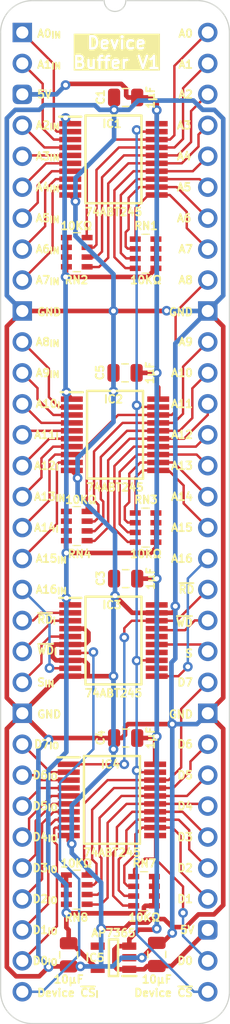
<source format=kicad_pcb>
(kicad_pcb (version 20241229) (generator "pcbnew") (generator_version "9.0")
  (title_block (title "Device Buffer") (date "2024-02-21") (rev "V1"))
  (layers (0 "F.Cu" signal) (2 "B.Cu" signal) (13 "F.Paste" user) (15 "B.Paste" user) (5 "F.SilkS" user "F.Silkscreen") (7 "B.SilkS" user "B.Silkscreen") (1 "F.Mask" user) (3 "B.Mask" user) (25 "Edge.Cuts" user))
  (net 0 "")
  (net 1 "GND")
  (net 2 "5V")
  (net 3 "/3.3V")
  (net 5 "A2_{IN}")
  (net 6 "A1")
  (net 7 "A7")
  (net 8 "Device ~{CS}")
  (net 9 "A6")
  (net 10 "A5_{IN}")
  (net 11 "A4_{IN}")
  (net 12 "A6_{IN}")
  (net 13 "A0")
  (net 14 "A2")
  (net 15 "A4")
  (net 16 "A5")
  (net 17 "A3")
  (net 18 "A1_{IN}")
  (net 19 "A0_{IN}")
  (net 20 "A7_{IN}")
  (net 21 "A3_{IN}")
  (net 22 "A9")
  (net 23 "A14")
  (net 24 "A15_{IN}")
  (net 25 "A13_{IN}")
  (net 26 "A13")
  (net 27 "A10_{IN}")
  (net 28 "A8")
  (net 29 "A15")
  (net 30 "A12")
  (net 31 "A14_{IN}")
  (net 32 "A9_{IN}")
  (net 33 "A8_{IN}")
  (net 34 "A11_{IN}")
  (net 35 "A12_{IN}")
  (net 36 "A11")
  (net 37 "A10")
  (net 38 "A16")
  (net 39 "Device ~{CS}_{IN}")
  (net 40 "A16_{IN}")
  (net 41 "S")
  (net 42 "~{RD}")
  (net 43 "S_{IN}")
  (net 44 "~{WD}_{IN}")
  (net 45 "~{RD}_{IN}")
  (net 46 "~{WD}")
  (net 47 "D0_{IN{slash}OUT}")
  (net 48 "D7")
  (net 49 "D5_{IN{slash}OUT}")
  (net 50 "D1_{IN{slash}OUT}")
  (net 51 "D7_{IN{slash}OUT}")
  (net 52 "D3")
  (net 53 "D6")
  (net 54 "D5")
  (net 55 "D1")
  (net 56 "D4_{IN{slash}OUT}")
  (net 57 "D4")
  (net 58 "D6_{IN{slash}OUT}")
  (net 59 "D2")
  (net 60 "D3_{IN{slash}OUT}")
  (net 61 "D2_{IN{slash}OUT}")
  (net 62 "D0")
  (footprint "SamacSys_Parts:SOP65P780X200-20N" (layer "F.Cu") (at 7.62 33.02)
    (property "Reference" "IC2")
    (property "Value" "SN74ABT245BDBR" (hide yes))
  )
  (footprint "SamacSys_Parts:C_0805" (layer "F.Cu") (at 11.049 75.692)
    (property "Reference" "C8" (hide yes))
    (property "Value" "10µF")
  )
  (footprint "SamacSys_Parts:C_0805" (layer "F.Cu") (at 8.509 57.912 90)
    (property "Reference" "C4")
    (property "Value" "1μF")
  )
  (footprint "SamacSys_Parts:CAY16-J4" (layer "F.Cu") (at 4.445 18.0338)
    (property "Reference" "RN2")
    (property "Value" "CAY16-103J4LF" (hide yes))
  )
  (footprint "SamacSys_Parts:CAY16-J4" (layer "F.Cu") (at 10.16 18.161 180)
    (property "Reference" "RN1")
    (property "Value" "CAY16-103J4LF" (hide yes))
  )
  (footprint "SamacSys_Parts:DIP-64_Board_W15.24mm" (layer "F.Cu") (at 0 0)
    (property "Reference" "J2" (hide yes))
    (property "Value" "Board 2x32 W15.24mm")
    (fp_line (start -1.778 78.74) (end -1.778 0) (stroke (width 0.1)) (layer "Edge.Cuts"))
    (fp_line (start 6.727456 -2.6162) (end 0.832188 -2.613732) (stroke (width 0.1)) (layer "Edge.Cuts"))
    (fp_line (start 14.400723 -2.613733) (end 8.505456 -2.6162) (stroke (width 0.1)) (layer "Edge.Cuts"))
    (fp_line (start 14.404268 81.353732) (end 0.835733 81.353733) (stroke (width 0.1)) (layer "Edge.Cuts"))
    (fp_line (start 17.018 78.74) (end 17.017999 -0.000001) (stroke (width 0.1)) (layer "Edge.Cuts"))
    (fp_arc (start -1.781544 0) (mid -1.016 -1.848188) (end 0.832188 -2.613732) (stroke (width 0.1)) (layer "Edge.Cuts"))
    (fp_arc (start 0.835733 81.353733) (mid -1.012456 80.588189) (end -1.778 78.74) (stroke (width 0.1)) (layer "Edge.Cuts"))
    (fp_arc (start 8.505456 -2.6162) (mid 7.616456 -1.7272) (end 6.727456 -2.6162) (stroke (width 0.1)) (layer "Edge.Cuts"))
    (fp_arc (start 14.404267 -2.613733) (mid 16.252455 -1.848189) (end 17.017999 -0.000001) (stroke (width 0.1)) (layer "Edge.Cuts"))
    (fp_arc (start 17.018 78.74) (mid 16.252455 80.588187) (end 14.404268 81.353732) (stroke (width 0.1)) (layer "Edge.Cuts"))
  )
  (footprint "SamacSys_Parts:CAY16-J4" (layer "F.Cu") (at 10.16 40.64 180)
    (property "Reference" "RN3")
    (property "Value" "CAY16-103J4LF" (hide yes))
  )
  (footprint "SamacSys_Parts:SOP65P780X200-20N" (layer "F.Cu") (at 7.493 49.911)
    (property "Reference" "IC3")
    (property "Value" "SN74ABT245BDBR" (hide yes))
  )
  (footprint "SamacSys_Parts:C_0805" (layer "F.Cu") (at 8.509 44.831 90)
    (property "Reference" "C3")
    (property "Value" "1μF")
  )
  (footprint "SamacSys_Parts:SOP65P780X200-20N" (layer "F.Cu") (at 7.493 10.414)
    (property "Reference" "IC1")
    (property "Value" "SN74ABT245BDBR" (hide yes))
  )
  (footprint "SamacSys_Parts:CAY16-J4" (layer "F.Cu") (at 4.445 40.513)
    (property "Reference" "RN4")
    (property "Value" "CAY16-103J4LF" (hide yes))
  )
  (footprint "SamacSys_Parts:C_0805" (layer "F.Cu") (at 3.81 75.692 180)
    (property "Reference" "C9" (hide yes))
    (property "Value" "10µF")
  )
  (footprint "SamacSys_Parts:SOT95P285X130-5N" (layer "F.Cu") (at 7.493 75.946 180)
    (property "Reference" "IC5")
    (property "Value" "AP7365-33WG-7" (hide yes))
  )
  (footprint "SamacSys_Parts:SOP65P780X200-20N" (layer "F.Cu") (at 7.366 62.992)
    (property "Reference" "IC4")
    (property "Value" "SN74ABT245BDBR" (hide yes))
  )
  (footprint "SamacSys_Parts:C_0805" (layer "F.Cu") (at 8.459 27.94 90)
    (property "Reference" "C5")
    (property "Value" "1μF")
  )
  (footprint "SamacSys_Parts:CAY16-J4" (layer "F.Cu") (at 10.033 70.485 180)
    (property "Reference" "RN7")
    (property "Value" "CAY16-103J4LF" (hide yes))
  )
  (footprint "SamacSys_Parts:CAY16-J4" (layer "F.Cu") (at 4.445 70.358)
    (property "Reference" "RN8")
    (property "Value" "CAY16-103J4LF" (hide yes))
  )
  (footprint "SamacSys_Parts:C_0805" (layer "F.Cu") (at 8.509 5.334 90)
    (property "Reference" "C1")
    (property "Value" "1μF")
  )
  (gr_text "D2_{IO}" (at 0.762 71.12 0) (layer "F.SilkS") (effects (font (size 0.635 0.635)) (justify left)))
  (gr_text "GND" (at 1.143 22.9472 0) (layer "F.SilkS") (effects (font (size 0.635 0.635)) (justify left)))
  (gr_text "D5_{IO}" (at 0.762 63.5 0) (layer "F.SilkS") (effects (font (size 0.635 0.635)) (justify left)))
  (gr_text "A14_{I}" (at 0.889 40.64 0) (layer "F.SilkS") (effects (font (size 0.635 0.635)) (justify left)))
  (gr_text "GND" (at 14.097 55.9672 0) (layer "F.SilkS") (effects (font (size 0.635 0.635)) (justify right)))
  (gr_text "D0_{IO}" (at 0.762 76.2 0) (layer "F.SilkS") (effects (font (size 0.635 0.635)) (justify left)))
  (gr_text "A11" (at 14.097 30.48 0) (layer "F.SilkS") (effects (font (size 0.635 0.635)) (justify right)))
  (gr_text "5V" (at 1.143 5.08 0) (layer "F.SilkS") (effects (font (size 0.635 0.635)) (justify left)))
  (gr_text "A8" (at 14.097 20.32 0) (layer "F.SilkS") (effects (font (size 0.635 0.635)) (justify right)))
  (gr_text "S_{IN}" (at 1.143 53.34 0) (layer "F.SilkS") (effects (font (size 0.635 0.635)) (justify left)))
  (gr_text "A10" (at 14.097 27.94 0) (layer "F.SilkS") (effects (font (size 0.635 0.635)) (justify right)))
  (gr_text "A3" (at 13.97 7.62 0) (layer "F.SilkS") (effects (font (size 0.635 0.635)) (justify right)))
  (gr_text "A4_{IN}" (at 1.016 12.7 0) (layer "F.SilkS") (effects (font (size 0.635 0.635)) (justify left)))
  (gr_text "A5" (at 13.97 12.7 0) (layer "F.SilkS") (effects (font (size 0.635 0.635)) (justify right)))
  (gr_text "A9" (at 14.097 25.4 0) (layer "F.SilkS") (effects (font (size 0.635 0.635)) (justify right)))
  (gr_text "A6_{IN}" (at 1.016 17.78 0) (layer "F.SilkS") (effects (font (size 0.635 0.635)) (justify left)))
  (gr_text "A13_{IN}" (at 0.889 38.1 0) (layer "F.SilkS") (effects (font (size 0.635 0.635)) (justify left)))
  (gr_text "D1" (at 14.097 71.12 0) (layer "F.SilkS") (effects (font (size 0.635 0.635)) (justify right)))
  (gr_text "A14" (at 14.097 38.1 0) (layer "F.SilkS") (effects (font (size 0.635 0.635)) (justify right)))
  (gr_text "D3" (at 14.097 66.04 0) (layer "F.SilkS") (effects (font (size 0.635 0.635)) (justify right)))
  (gr_text "D6_{IO}" (at 0.762 60.96 0) (layer "F.SilkS") (effects (font (size 0.635 0.635)) (justify left)))
  (gr_text "~{RD}_{I}" (at 1.143 48.1728 0) (layer "F.SilkS") (effects (font (size 0.635 0.635)) (justify left)))
  (gr_text "A10_{I}" (at 1.016 30.48 0) (layer "F.SilkS") (effects (font (size 0.635 0.635)) (justify left)))
  (gr_text "Device ~{CS}_{I}" (at 1.143 78.8272 0) (layer "F.SilkS") (effects (font (size 0.635 0.635)) (justify left)))
  (gr_text "~{WD}_{I}" (at 1.143 50.7128 0) (layer "F.SilkS") (effects (font (size 0.635 0.635)) (justify left)))
  (gr_text "A11_{I}" (at 0.889 33.02 0) (layer "F.SilkS") (effects (font (size 0.635 0.635)) (justify left)))
  (gr_text "D4" (at 14.097 63.5 0) (layer "F.SilkS") (effects (font (size 0.635 0.635)) (justify right)))
  (gr_text "A16" (at 14.097 43.18 0) (layer "F.SilkS") (effects (font (size 0.635 0.635)) (justify right)))
  (gr_text "A4" (at 13.97 10.16 0) (layer "F.SilkS") (effects (font (size 0.635 0.635)) (justify right)))
  (gr_text "A2" (at 14.097 5.08 0) (layer "F.SilkS") (effects (font (size 0.635 0.635)) (justify right)))
  (gr_text "A5_{IN}" (at 1.016 15.24 0) (layer "F.SilkS") (effects (font (size 0.635 0.635)) (justify left)))
  (gr_text "A15" (at 14.097 40.64 0) (layer "F.SilkS") (effects (font (size 0.635 0.635)) (justify right)))
  (gr_text "A1" (at 14.097 2.6272 0) (layer "F.SilkS") (effects (font (size 0.635 0.635)) (justify right)))
  (gr_text "~{RD}" (at 14.224 45.72 0) (layer "F.SilkS") (effects (font (size 0.635 0.635)) (justify right)))
  (gr_text "A7_{IN}" (at 1.016 20.32 0) (layer "F.SilkS") (effects (font (size 0.635 0.635)) (justify left)))
  (gr_text "A1_{IN}" (at 1.143 2.6272 0) (layer "F.SilkS") (effects (font (size 0.635 0.635)) (justify left)))
  (gr_text "A8_{IN}" (at 1.016 25.4 0) (layer "F.SilkS") (effects (font (size 0.635 0.635)) (justify left)))
  (gr_text "D3_{IO}" (at 0.762 68.58 0) (layer "F.SilkS") (effects (font (size 0.635 0.635)) (justify left)))
  (gr_text "A16_{IN}" (at 1.016 45.72 0) (layer "F.SilkS") (effects (font (size 0.635 0.635)) (justify left)))
  (gr_text "A13" (at 14.097 35.56 0) (layer "F.SilkS") (effects (font (size 0.635 0.635)) (justify right)))
  (gr_text "D7" (at 14.097 53.34 0) (layer "F.SilkS") (effects (font (size 0.635 0.635)) (justify right)))
  (gr_text "A12" (at 14.097 33.02 0) (layer "F.SilkS") (effects (font (size 0.635 0.635)) (justify right)))
  (gr_text "5V" (at 14.224 73.66 0) (layer "F.SilkS") (effects (font (size 0.635 0.635)) (justify right)))
  (gr_text "Device ~{CS}" (at 14.097 78.8272 0) (layer "F.SilkS") (effects (font (size 0.635 0.635)) (justify right)))
  (gr_text "~{WD}" (at 14.097 48.4268 0) (layer "F.SilkS") (effects (font (size 0.635 0.635)) (justify right)))
  (gr_text "S" (at 14.097 50.9668 0) (layer "F.SilkS") (effects (font (size 0.635 0.635)) (justify right)))
  (gr_text "D1_{IO}" (at 0.762 73.66 0) (layer "F.SilkS") (effects (font (size 0.635 0.635)) (justify left)))
  (gr_text "D5" (at 14.097 60.96 0) (layer "F.SilkS") (effects (font (size 0.635 0.635)) (justify right)))
  (gr_text "D4_{IO}" (at 0.762 66.04 0) (layer "F.SilkS") (effects (font (size 0.635 0.635)) (justify left)))
  (gr_text "GND" (at 1.143 55.9672 0) (layer "F.SilkS") (effects (font (size 0.635 0.635)) (justify left)))
  (gr_text "A12_{I}" (at 0.889 35.56 0) (layer "F.SilkS") (effects (font (size 0.635 0.635)) (justify left)))
  (gr_text "A0_{IN}" (at 1.143 0.0872 0) (layer "F.SilkS") (effects (font (size 0.635 0.635)) (justify left)))
  (gr_text "A2_{IN}" (at 1.016 7.62 0) (layer "F.SilkS") (effects (font (size 0.635 0.635)) (justify left)))
  (gr_text "Device\nBuffer V1" (at 7.747 3.048 0) (layer "F.SilkS" knockout) (effects (font (size 1 1) (thickness 0.2) (bold yes)) (justify bottom)))
  (gr_text "A3_{IN}" (at 1.016 10.16 0) (layer "F.SilkS") (effects (font (size 0.635 0.635)) (justify left)))
  (gr_text "D7_{IO}" (at 0.889 58.42 0) (layer "F.SilkS") (effects (font (size 0.635 0.635)) (justify left)))
  (gr_text "A15_{IN}" (at 1.016 43.18 0) (layer "F.SilkS") (effects (font (size 0.635 0.635)) (justify left)))
  (gr_text "A9_{IN}" (at 1.016 27.94 0) (layer "F.SilkS") (effects (font (size 0.635 0.635)) (justify left)))
  (gr_text "D6" (at 14.097 58.42 0) (layer "F.SilkS") (effects (font (size 0.635 0.635)) (justify right)))
  (gr_text "D2" (at 14.097 68.58 0) (layer "F.SilkS") (effects (font (size 0.635 0.635)) (justify right)))
  (gr_text "D0" (at 14.097 76.2 0) (layer "F.SilkS") (effects (font (size 0.635 0.635)) (justify right)))
  (gr_text "A7" (at 14.097 17.78 0) (layer "F.SilkS") (effects (font (size 0.635 0.635)) (justify right)))
  (gr_text "GND" (at 14.097 22.9472 0) (layer "F.SilkS") (effects (font (size 0.635 0.635)) (justify right)))
  (gr_text "A6" (at 13.97 15.24 0) (layer "F.SilkS") (effects (font (size 0.635 0.635)) (justify right)))
  (gr_text "A0" (at 14.097 0.0872 0) (layer "F.SilkS") (effects (font (size 0.635 0.635)) (justify right)))
  (segment (start -1.27 24.13) (end 0 22.86) (width 0.38) (layer "F.Cu") (net 1))
  (segment (start 7.489 52.836) (end 7.493 52.832) (width 0.38) (layer "F.Cu") (net 1))
  (segment (start 7.62 46.228) (end 7.62 44.908) (width 0.38) (layer "F.Cu") (net 1))
  (segment (start 8.793 75.946) (end 9.828986 75.946) (width 0.38) (layer "F.Cu") (net 1))
  (segment (start 4.545 36.42) (end 4.545 36.576) (width 0.38) (layer "F.Cu") (net 1))
  (segment (start 16.51 57.15) (end 15.24 55.88) (width 0.38) (layer "F.Cu") (net 1))
  (segment (start 7.543 5.334) (end 7.543 6.35) (width 0.38) (layer "F.Cu") (net 1))
  (segment (start 6.477 73.533) (end 8.420098 73.533) (width 0.38) (layer "F.Cu") (net 1))
  (segment (start 2.158995 58.038995) (end 2.28599 57.912) (width 0.38) (layer "F.Cu") (net 1))
  (segment (start 5.3848 52.836) (end 7.489 52.836) (width 0.38) (layer "F.Cu") (net 1))
  (segment (start 13.436229 73.431771) (end 14.478 72.39) (width 0.38) (layer "F.Cu") (net 1))
  (segment (start 4.07 35.945) (end 4.545 36.42) (width 0.38) (layer "F.Cu") (net 1))
  (segment (start 11.043 47.636) (end 9.028 47.636) (width 0.38) (layer "F.Cu") (net 1))
  (segment (start 2.4892 50.4348) (end 2.4892 51.2572) (width 0.38) (layer "F.Cu") (net 1))
  (segment (start -1.27 54.61) (end -1.27 24.13) (width 0.38) (layer "F.Cu") (net 1))
  (segment (start 12.319 73.914) (end 11.507 74.726) (width 0.38) (layer "F.Cu") (net 1))
  (segment (start 10.598044 72.771) (end 11.658229 72.771) (width 0.38) (layer "F.Cu") (net 1))
  (segment (start 2.28599 57.912) (end 7.543 57.912) (width 0.38) (layer "F.Cu") (net 1))
  (segment (start 12.319 73.431771) (end 13.436229 73.431771) (width 0.38) (layer "F.Cu") (net 1))
  (segment (start 0 55.88) (end -1.27 57.15) (width 0.38) (layer "F.Cu") (net 1))
  (segment (start 1.39699 77.47) (end 2.159 76.70799) (width 0.38) (layer "F.Cu") (net 1))
  (segment (start 4.3688 13.7648) (end 4.3688 13.8684) (width 0.38) (layer "F.Cu") (net 1))
  (segment (start 5.3848 51.8668) (end 5.3848 52.836) (width 0.38) (layer "F.Cu") (net 1))
  (segment (start 8.89 73.063098) (end 10.305946 73.063098) (width 0.38) (layer "F.Cu") (net 1))
  (segment (start 5.0956 48.936) (end 3.943 48.936) (width 0.38) (layer "F.Cu") (net 1))
  (segment (start 3.943 50.236) (end 5.136 50.236) (width 0.38) (layer "F.Cu") (net 1))
  (segment (start 3.943 51.536) (end 5.054 51.536) (width 0.38) (layer "F.Cu") (net 1))
  (segment (start 8.686 56.769) (end 12.319 56.769) (width 0.38) (layer "F.Cu") (net 1))
  (segment (start 2.4892 51.2572) (end 2.768 51.536) (width 0.38) (layer "F.Cu") (net 1))
  (segment (start 3.816 66.3508) (end 4.064 66.5988) (width 0.38) (layer "F.Cu") (net 1))
  (segment (start 8.4451 57.0099) (end 8.686 56.769) (width 0.38) (layer "F.Cu") (net 1))
  (segment (start 7.493 29.464) (end 7.493 27.94) (width 0.38) (layer "F.Cu") (net 1))
  (segment (start 5.136 50.236) (end 5.4356 49.9364) (width 0.38) (layer "F.Cu") (net 1))
  (segment (start 9.82901 75.94599) (end 9.828996 75.94599) (width 0.38) (layer "F.Cu") (net 1))
  (segment (start 0 55.88) (end -1.27 54.61) (width 0.38) (layer "F.Cu") (net 1))
  (segment (start 15.748 72.39) (end 16.51 71.628) (width 0.38) (layer "F.Cu") (net 1))
  (segment (start 5.054 51.536) (end 5.3848 51.8668) (width 0.38) (layer "F.Cu") (net 1))
  (segment (start 9.028 47.636) (end 7.62 46.228) (width 0.38) (layer "F.Cu") (net 1))
  (segment (start 8.1788 57.912) (end 8.4451 57.6457) (width 0.38) (layer "F.Cu") (net 1))
  (segment (start 3.943 13.339) (end 4.3688 13.7648) (width 0.38) (layer "F.Cu") (net 1))
  (segment (start 12.323 47.636) (end 12.573001 47.385999) (width 0.38) (layer "F.Cu") (net 1))
  (segment (start -1.27 76.708) (end -0.508 77.47) (width 0.38) (layer "F.Cu") (net 1))
  (segment (start 10.305946 73.063098) (end 10.598044 72.771) (width 0.38) (layer "F.Cu") (net 1))
  (segment (start 16.51 71.628) (end 16.51 57.15) (width 0.38) (layer "F.Cu") (net 1))
  (segment (start 11.049 74.726) (end 9.82901 75.94599) (width 0.38) (layer "F.Cu") (net 1))
  (segment (start 3.943 52.836) (end 3.044 52.836) (width 0.38) (layer "F.Cu") (net 1))
  (segment (start 5.4356 49.9364) (end 5.4356 49.276) (width 0.38) (layer "F.Cu") (net 1))
  (segment (start 11.837433 22.86) (end 11.858499 22.838934) (width 0.38) (layer "F.Cu") (net 1))
  (segment (start 3.816 65.917) (end 3.816 66.3508) (width 0.38) (layer "F.Cu") (net 1))
  (segment (start 5.4356 49.276) (end 5.0956 48.936) (width 0.38) (layer "F.Cu") (net 1))
  (segment (start 16.51 54.61) (end 16.51 24.13) (width 0.38) (layer "F.Cu") (net 1))
  (segment (start 4.775984 76.658) (end 4.775992 76.657992) (width 0.38) (layer "F.Cu") (net 1))
  (segment (start 16.51 24.13) (end 15.24 22.86) (width 0.38) (layer "F.Cu") (net 1))
  (segment (start 7.543 57.912) (end 8.1788 57.912) (width 0.38) (layer "F.Cu") (net 1))
  (segment (start 12.573001 47.385999) (end 12.573001 47.0916) (width 0.38) (layer "F.Cu") (net 1))
  (segment (start 14.478 72.39) (end 15.748 72.39) (width 0.38) (layer "F.Cu") (net 1))
  (segment (start 8.420098 73.533) (end 8.89 73.063098) (width 0.38) (layer "F.Cu") (net 1))
  (segment (start 3.81 76.658) (end 2.20899 76.658) (width 0.38) (layer "F.Cu") (net 1))
  (segment (start 2.20899 76.658) (end 2.159 76.70799) (width 0.38) (layer "F.Cu") (net 1))
  (segment (start 3.943 50.236) (end 2.688 50.236) (width 0.38) (layer "F.Cu") (net 1))
  (segment (start 9.828986 75.946) (end 9.828996 75.94599) (width 0.38) (layer "F.Cu") (net 1))
  (segment (start 0 22.86) (end 7.493 22.86) (width 0.38) (layer "F.Cu") (net 1))
  (segment (start 3.044 52.836) (end 0 55.88) (width 0.38) (layer "F.Cu") (net 1))
  (segment (start 2.768 51.536) (end 3.943 51.536) (width 0.38) (layer "F.Cu") (net 1))
  (segment (start 15.24 55.88) (end 16.51 54.61) (width 0.38) (layer "F.Cu") (net 1))
  (segment (start -0.508 77.47) (end 1.39699 77.47) (width 0.38) (layer "F.Cu") (net 1))
  (segment (start -1.27 57.15) (end -1.27 76.708) (width 0.38) (layer "F.Cu") (net 1))
  (segment (start 3.943 52.836) (end 5.3848 52.836) (width 0.38) (layer "F.Cu") (net 1))
  (segment (start 12.319 73.431771) (end 12.319 73.914) (width 0.38) (layer "F.Cu") (net 1))
  (segment (start 0 55.88) (end 2.158995 58.038995) (width 0.38) (layer "F.Cu") (net 1))
  (segment (start 11.043 47.636) (end 12.323 47.636) (width 0.38) (layer "F.Cu") (net 1))
  (segment (start 7.493 57.962) (end 7.493 58.826404) (width 0.38) (layer "F.Cu") (net 1))
  (segment (start 8.4451 57.6457) (end 8.4451 57.0099) (width 0.38) (layer "F.Cu") (net 1))
  (segment (start 2.688 50.236) (end 2.4892 50.4348) (width 0.38) (layer "F.Cu") (net 1))
  (segment (start 7.493 22.86) (end 11.837433 22.86) (width 0.38) (layer "F.Cu") (net 1))
  (segment (start 11.658229 72.771) (end 12.319 73.431771) (width 0.38) (layer "F.Cu") (net 1))
  (segment (start 3.81 76.658) (end 4.775984 76.658) (width 0.38) (layer "F.Cu") (net 1))
  (via (at 7.493 52.832) (size 0.8) (drill 0.4) (layers "F.Cu" "B.Cu") (net 1))
  (via (at 11.858499 22.838934) (size 0.8) (drill 0.4) (layers "F.Cu" "B.Cu") (net 1))
  (via (at 7.543 6.35) (size 0.8) (drill 0.4) (layers "F.Cu" "B.Cu") (net 1))
  (via (at 7.493 29.464) (size 0.8) (drill 0.4) (layers "F.Cu" "B.Cu") (net 1))
  (via (at 6.477 73.533) (size 0.8) (drill 0.4) (layers "F.Cu" "B.Cu") (net 1))
  (via (at 4.3688 13.8684) (size 0.8) (drill 0.4) (layers "F.Cu" "B.Cu") (net 1))
  (via (at 7.62 46.228) (size 0.8) (drill 0.4) (layers "F.Cu" "B.Cu") (net 1))
  (via (at 12.319 73.914) (size 0.8) (drill 0.4) (layers "F.Cu" "B.Cu") (net 1))
  (via (at 7.493 22.86) (size 0.8) (drill 0.4) (layers "F.Cu" "B.Cu") (net 1))
  (via (at 7.493 58.826404) (size 0.8) (drill 0.4) (layers "F.Cu" "B.Cu") (net 1))
  (via (at 12.573001 47.0916) (size 0.8) (drill 0.4) (layers "F.Cu" "B.Cu") (net 1))
  (via (at 4.775992 76.657992) (size 0.8) (drill 0.4) (layers "F.Cu" "B.Cu") (net 1))
  (via (at 9.828996 75.94599) (size 0.8) (drill 0.4) (layers "F.Cu" "B.Cu") (net 1))
  (via (at 2.159 76.70799) (size 0.8) (drill 0.4) (layers "F.Cu" "B.Cu") (net 1))
  (via (at 2.158995 58.038995) (size 0.8) (drill 0.4) (layers "F.Cu" "B.Cu") (net 1))
  (via (at 4.545 36.576) (size 0.8) (drill 0.4) (layers "F.Cu" "B.Cu") (net 1))
  (via (at 12.319 56.769) (size 0.8) (drill 0.4) (layers "F.Cu" "B.Cu") (net 1))
  (via (at 4.064 66.5988) (size 0.8) (drill 0.4) (layers "F.Cu" "B.Cu") (net 1))
  (segment (start 7.441804 76.657992) (end 6.477 76.657992) (width 0.38) (layer "B.Cu") (net 1))
  (segment (start 0 22.86) (end -1.27 21.59) (width 0.38) (layer "B.Cu") (net 1))
  (segment (start 6.35 6.35) (end 7.543 6.35) (width 0.38) (layer "B.Cu") (net 1))
  (segment (start 7.62 41.0464) (end 4.545 37.9714) (width 0.38) (layer "B.Cu") (net 1))
  (segment (start 8.763 6.35) (end 7.543 6.35) (width 0.38) (layer "B.Cu") (net 1))
  (segment (start 12.319 56.769) (end 14.351 56.769) (width 0.38) (layer "B.Cu") (net 1))
  (segment (start 6.477 73.533) (end 6.476996 73.532996) (width 0.38) (layer "B.Cu") (net 1))
  (segment (start 12.573001 47.0916) (end 12.573001 51.397819) (width 0.38) (layer "B.Cu") (net 1))
  (segment (start 15.24 22.86) (end 11.879565 22.86) (width 0.38) (layer "B.Cu") (net 1))
  (segment (start 4.545 37.9714) (end 4.545 36.576) (width 0.38) (layer "B.Cu") (net 1))
  (segment (start 7.493 31.9786) (end 4.545 34.9266) (width 0.38) (layer "B.Cu") (net 1))
  (segment (start 12.573001 51.397819) (end 12.25642 51.7144) (width 0.38) (layer "B.Cu") (net 1))
  (segment (start -1.27 21.59) (end -1.27 7.044) (width 0.38) (layer "B.Cu") (net 1))
  (segment (start 7.493 19.8374) (end 4.3688 16.7132) (width 0.38) (layer "B.Cu") (net 1))
  (segment (start 7.493 52.832) (end 7.493 58.826404) (width 0.38) (layer "B.Cu") (net 1))
  (segment (start 6.476996 69.773796) (end 4.064 67.3608) (width 0.38) (layer "B.Cu") (net 1))
  (segment (start -1.27 7.044) (end -0.576 6.35) (width 0.38) (layer "B.Cu") (net 1))
  (segment (start 4.064 66.5988) (end 4.064 63.4492) (width 0.38) (layer "B.Cu") (net 1))
  (segment (start 4.064 67.3608) (end 4.064 66.5988) (width 0.38) (layer "B.Cu") (net 1))
  (segment (start 12.573001 25.526999) (end 12.573001 47.0916) (width 0.38) (layer "B.Cu") (net 1))
  (segment (start 11.879565 22.86) (end 11.858499 22.838934) (width 0.38) (layer "B.Cu") (net 1))
  (segment (start 15.782 6.35) (end 14.827085 6.35) (width 0.38) (layer "B.Cu") (net 1))
  (segment (start 1.3208 58.87719) (end 1.3208 75.86979) (width 0.38) (layer "B.Cu") (net 1))
  (segment (start 7.493 29.464) (end 7.493 31.9786) (width 0.38) (layer "B.Cu") (net 1))
  (segment (start 14.827085 6.35) (end 14.065085 5.588) (width 0.38) (layer "B.Cu") (net 1))
  (segment (start 4.3688 16.7132) (end 4.3688 13.8684) (width 0.38) (layer "B.Cu") (net 1))
  (segment (start -0.576 6.35) (end 1.397 6.35) (width 0.38) (layer "B.Cu") (net 1))
  (segment (start 7.543 6.35) (end 7.543 8.7638) (width 0.38) (layer "B.Cu") (net 1))
  (segment (start 5.969 5.969) (end 6.35 6.35) (width 0.38) (layer "B.Cu") (net 1))
  (segment (start 2.158995 58.038995) (end 1.3208 58.87719) (width 0.38) (layer "B.Cu") (net 1))
  (segment (start 7.493 60.0202) (end 7.493 58.826404) (width 0.38) (layer "B.Cu") (net 1))
  (segment (start 7.493 52.832) (end 7.493 46.355) (width 0.38) (layer "B.Cu") (net 1))
  (segment (start 7.493 22.86) (end 7.493 19.8374) (width 0.38) (layer "B.Cu") (net 1))
  (segment (start 7.543 8.7638) (end 4.3688 11.938) (width 0.38) (layer "B.Cu") (net 1))
  (segment (start 16.51 7.078) (end 15.782 6.35) (width 0.38) (layer "B.Cu") (net 1))
  (segment (start 7.493 29.464) (end 7.493 22.86) (width 0.38) (layer "B.Cu") (net 1))
  (segment (start 12.319 56.769) (end 12.25642 56.70642) (width 0.38) (layer "B.Cu") (net 1))
  (segment (start 4.545 34.9266) (end 4.545 36.576) (width 0.38) (layer "B.Cu") (net 1))
  (segment (start 8.153806 75.94599) (end 7.441804 76.657992) (width 0.38) (layer "B.Cu") (net 1))
  (segment (start 15.24 22.86) (end 12.573001 25.526999) (width 0.38) (layer "B.Cu") (net 1))
  (segment (start 9.525 5.588) (end 8.763 6.35) (width 0.38) (layer "B.Cu") (net 1))
  (segment (start 16.51 21.59) (end 16.51 7.078) (width 0.38) (layer "B.Cu") (net 1))
  (segment (start 1.3208 75.86979) (end 2.159 76.70799) (width 0.38) (layer "B.Cu") (net 1))
  (segment (start 4.775992 76.657992) (end 6.477 76.657992) (width 0.38) (layer "B.Cu") (net 1))
  (segment (start 4.3688 11.938) (end 4.3688 13.8684) (width 0.38) (layer "B.Cu") (net 1))
  (segment (start 6.476996 73.532996) (end 6.476996 69.773796) (width 0.38) (layer "B.Cu") (net 1))
  (segment (start 1.778 5.969) (end 5.969 5.969) (width 0.38) (layer "B.Cu") (net 1))
  (segment (start 6.477 73.533) (end 6.477 76.657992) (width 0.38) (layer "B.Cu") (net 1))
  (segment (start 12.319 73.914) (end 12.319 56.769) (width 0.38) (layer "B.Cu") (net 1))
  (segment (start 14.351 56.769) (end 15.24 55.88) (width 0.38) (layer "B.Cu") (net 1))
  (segment (start 7.62 46.228) (end 7.62 41.0464) (width 0.38) (layer "B.Cu") (net 1))
  (segment (start 12.25642 56.70642) (end 12.25642 51.7144) (width 0.38) (layer "B.Cu") (net 1))
  (segment (start 9.828996 75.94599) (end 8.153806 75.94599) (width 0.38) (layer "B.Cu") (net 1))
  (segment (start 7.493 46.355) (end 7.62 46.228) (width 0.38) (layer "B.Cu") (net 1))
  (segment (start 14.065085 5.588) (end 9.525 5.588) (width 0.38) (layer "B.Cu") (net 1))
  (segment (start 4.064 63.4492) (end 7.493 60.0202) (width 0.38) (layer "B.Cu") (net 1))
  (segment (start 1.397 6.35) (end 1.778 5.969) (width 0.38) (layer "B.Cu") (net 1))
  (segment (start 15.24 22.86) (end 16.51 21.59) (width 0.38) (layer "B.Cu") (net 1))
  (segment (start 11.049 27.94) (end 11.049 29.0068) (width 0.38) (layer "F.Cu") (net 2))
  (segment (start 11.17 30.095) (end 11.17 29.1278) (width 0.38) (layer "F.Cu") (net 2))
  (segment (start 9.443 5.334) (end 8.6868 5.334) (width 0.38) (layer "F.Cu") (net 2))
  (segment (start 10.916 60.067) (end 10.916 57.918) (width 0.38) (layer "F.Cu") (net 2))
  (segment (start 11.043 46.986) (end 11.043 44.837) (width 0.38) (layer "F.Cu") (net 2))
  (segment (start 10.916 57.918) (end 11.049 57.785) (width 0.38) (layer "F.Cu") (net 2))
  (segment (start 3.655 4.219) (end 3.556 4.318) (width 0.38) (layer "F.Cu") (net 2))
  (segment (start 11.17 29.1278) (end 11.049 29.0068) (width 0.38) (layer "F.Cu") (net 2))
  (segment (start 11.049 5.8674) (end 11.049 6.378) (width 0.38) (layer "F.Cu") (net 2))
  (segment (start 11.043 7.489) (end 11.043 6.384) (width 0.38) (layer "F.Cu") (net 2))
  (segment (start 9.443 57.912) (end 10.922 57.912) (width 0.38) (layer "F.Cu") (net 2))
  (segment (start 8.128 4.219) (end 3.655 4.219) (width 0.38) (layer "F.Cu") (net 2))
  (segment (start 8.5344 5.1816) (end 8.5344 4.6254) (width 0.38) (layer "F.Cu") (net 2))
  (segment (start 10.922 57.912) (end 11.049 57.785) (width 0.38) (layer "F.Cu") (net 2))
  (segment (start 11.049 76.626) (end 10.2776 76.626) (width 0.38) (layer "F.Cu") (net 2))
  (segment (start 11.043 44.837) (end 11.049 44.831) (width 0.38) (layer "F.Cu") (net 2))
  (segment (start 8.793 76.896) (end 10.0076 76.896) (width 0.38) (layer "F.Cu") (net 2))
  (segment (start 10.5156 5.334) (end 11.049 5.8674) (width 0.38) (layer "F.Cu") (net 2))
  (segment (start 11.049 44.831) (end 9.443 44.831) (width 0.38) (layer "F.Cu") (net 2))
  (segment (start 9.443 5.334) (end 10.5156 5.334) (width 0.38) (layer "F.Cu") (net 2))
  (segment (start 8.6868 5.334) (end 8.5344 5.1816) (width 0.38) (layer "F.Cu") (net 2))
  (segment (start 15.24 73.66) (end 12.274 76.626) (width 0.38) (layer "F.Cu") (net 2))
  (segment (start 10.966902 73.643098) (end 11.049 73.561) (width 0.38) (layer "F.Cu") (net 2))
  (segment (start 7.5692 75.2648) (end 7.5692 76.6572) (width 0.38) (layer "F.Cu") (net 2))
  (segment (start 8.793 74.996) (end 8.793 74.4174) (width 0.38) (layer "F.Cu") (net 2))
  (segment (start 8.793 74.996) (end 7.838 74.996) (width 0.38) (layer "F.Cu") (net 2))
  (segment (start 8.5344 4.6254) (end 8.128 4.219) (width 0.38) (layer "F.Cu") (net 2))
  (segment (start 11.049 27.94) (end 9.393 27.94) (width 0.38) (layer "F.Cu") (net 2))
  (segment (start 11.043 6.384) (end 11.049 6.378) (width 0.38) (layer "F.Cu") (net 2))
  (segment (start 10.2776 76.626) (end 10.0076 76.896) (width 0.38) (layer "F.Cu") (net 2))
  (segment (start 7.808 76.896) (end 8.793 76.896) (width 0.38) (layer "F.Cu") (net 2))
  (segment (start 9.567302 73.643098) (end 10.966902 73.643098) (width 0.38) (layer "F.Cu") (net 2))
  (segment (start 8.793 74.4174) (end 9.567302 73.643098) (width 0.38) (layer "F.Cu") (net 2))
  (segment (start 7.838 74.996) (end 7.5692 75.2648) (width 0.38) (layer "F.Cu") (net 2))
  (segment (start 12.274 76.626) (end 11.049 76.626) (width 0.38) (layer "F.Cu") (net 2))
  (segment (start 7.5692 76.6572) (end 7.808 76.896) (width 0.38) (layer "F.Cu") (net 2))
  (via (at 11.049 73.561) (size 0.8) (drill 0.4) (layers "F.Cu" "B.Cu") (net 2))
  (via (at 11.049 44.831) (size 0.8) (drill 0.4) (layers "F.Cu" "B.Cu") (net 2))
  (via (at 11.049 57.785) (size 0.8) (drill 0.4) (layers "F.Cu" "B.Cu") (net 2))
  (via (at 11.049 27.94) (size 0.8) (drill 0.4) (layers "F.Cu" "B.Cu") (net 2))
  (via (at 11.049 6.378) (size 0.8) (drill 0.4) (layers "F.Cu" "B.Cu") (net 2))
  (via (at 3.556 4.318) (size 0.8) (drill 0.4) (layers "F.Cu" "B.Cu") (net 2))
  (segment (start 11.049 44.831) (end 11.049 27.94) (width 0.38) (layer "B.Cu") (net 2))
  (segment (start 2.794 5.08) (end 3.556 4.318) (width 0.38) (layer "B.Cu") (net 2))
  (segment (start 11.049 27.94) (end 11.049 6.378) (width 0.38) (layer "B.Cu") (net 2))
  (segment (start 11.049 57.785) (end 11.049 73.561) (width 0.38) (layer "B.Cu") (net 2))
  (segment (start 0 5.08) (end 2.794 5.08) (width 0.38) (layer "B.Cu") (net 2))
  (segment (start 11.049 44.831) (end 11.049 57.785) (width 0.38) (layer "B.Cu") (net 2))
  (segment (start 9.994 71.794) (end 10.103 71.685) (width 0.38) (layer "F.Cu") (net 3))
  (segment (start 3.6188 73.4688) (end 3.81 73.66) (width 0.38) (layer "F.Cu") (net 3))
  (segment (start 4.182 74.885) (end 6.193 76.896) (width 0.38) (layer "F.Cu") (net 3))
  (segment (start 3.595 17.653) (end 3.595 16.853) (width 0.38) (layer "F.Cu") (net 3))
  (segment (start 3.595 41.7322) (end 3.595 42.699007) (width 0.38) (layer "F.Cu") (net 3))
  (segment (start 11.01 17.7418) (end 11.01 16.9418) (width 0.38) (layer "F.Cu") (net 3))
  (segment (start 3.595 40.9322) (end 3.595 40.1322) (width 0.38) (layer "F.Cu") (net 3))
  (segment (start 3.595 42.699007) (end 3.618793 42.7228) (width 0.38) (layer "F.Cu") (net 3))
  (segment (start 3.943 46.986) (end 3.618793 46.661793) (width 0.38) (layer "F.Cu") (net 3))
  (segment (start 11.01 41.0208) (end 11.01 40.2208) (width 0.38) (layer "F.Cu") (net 3))
  (segment (start 3.595 19.253) (end 3.595 20.027002) (width 0.38) (layer "F.Cu") (net 3))
  (segment (start 11.01 19.3418) (end 11.01 18.5418) (width 0.38) (layer "F.Cu") (net 3))
  (segment (start 10.854 71.685) (end 10.854 70.885) (width 0.38) (layer "F.Cu") (net 3))
  (segment (start 3.595 72.2392) (end 3.6188 72.263) (width 0.38) (layer "F.Cu") (net 3))
  (segment (start 3.595 19.253) (end 3.595 18.453) (width 0.38) (layer "F.Cu") (net 3))
  (segment (start 3.6188 72.263) (end 3.6188 73.4688) (width 0.38) (layer "F.Cu") (net 3))
  (segment (start 3.595 41.7322) (end 3.595 40.9322) (width 0.38) (layer "F.Cu") (net 3))
  (segment (start 11.01 41.8208) (end 11.01 41.0208) (width 0.38) (layer "F.Cu") (net 3))
  (segment (start 3.6188 72.263) (end 3.6558 72.3) (width 0.38) (layer "F.Cu") (net 3))
  (segment (start 11.01 19.3418) (end 10.285798 20.066002) (width 0.38) (layer "F.Cu") (net 3))
  (segment (start 11.01 18.5418) (end 11.01 17.7418) (width 0.38) (layer "F.Cu") (net 3))
  (segment (start 10.854 70.085) (end 10.854 69.285) (width 0.38) (layer "F.Cu") (net 3))
  (segment (start 3.595 71.5772) (end 3.595 72.2392) (width 0.38) (layer "F.Cu") (net 3))
  (segment (start 3.595 40.1322) (end 3.595 39.3322) (width 0.38) (layer "F.Cu") (net 3))
  (segment (start 4.07 30.095) (end 3.6195 29.6445) (width 0.38) (layer "F.Cu") (net 3))
  (segment (start 3.595 69.9772) (end 3.595 69.1772) (width 0.38) (layer "F.Cu") (net 3))
  (segment (start 10.5664 42.7228) (end 3.618793 42.7228) (width 0.38) (layer "F.Cu") (net 3))
  (segment (start 3.555992 7.101992) (end 3.555992 7.010125) (width 0.38) (layer "F.Cu") (net 3))
  (segment (start 3.595 71.5772) (end 3.595 70.7772) (width 0.38) (layer "F.Cu") (net 3))
  (segment (start 9.83 72.3) (end 9.994 72.136) (width 0.38) (layer "F.Cu") (net 3))
  (segment (start 3.6195 29.6445) (end 3.6195 29.5275) (width 0.38) (layer "F.Cu") (net 3))
  (segment (start 11.01 42.2792) (end 10.5664 42.7228) (width 0.38) (layer "F.Cu") (net 3))
  (segment (start 10.103 71.685) (end 10.854 71.685) (width 0.38) (layer "F.Cu") (net 3))
  (segment (start 9.994 72.136) (end 9.994 71.794) (width 0.38) (layer "F.Cu") (net 3))
  (segment (start 11.01 39.4208) (end 11.01 40.2208) (width 0.38) (layer "F.Cu") (net 3))
  (segment (start 3.618793 46.661793) (end 3.618793 46.419207) (width 0.38) (layer "F.Cu") (net 3))
  (segment (start 11.01 41.8208) (end 11.01 42.2792) (width 0.38) (layer "F.Cu") (net 3))
  (segment (start 3.595 20.027002) (end 3.556 20.066002) (width 0.38) (layer "F.Cu") (net 3))
  (segment (start 3.595 18.453) (end 3.595 17.653) (width 0.38) (layer "F.Cu") (net 3))
  (segment (start 3.943 7.489) (end 3.555992 7.101992) (width 0.38) (layer "F.Cu") (net 3))
  (segment (start 10.854 70.885) (end 10.854 70.085) (width 0.38) (layer "F.Cu") (net 3))
  (segment (start 3.81 74.758) (end 3.81 73.66) (width 0.38) (layer "F.Cu") (net 3))
  (segment (start 3.6558 72.3) (end 9.83 72.3) (width 0.38) (layer "F.Cu") (net 3))
  (segment (start 3.595 70.7772) (end 3.595 69.9772) (width 0.38) (layer "F.Cu") (net 3))
  (segment (start 10.285798 20.066002) (end 3.556 20.066002) (width 0.38) (layer "F.Cu") (net 3))
  (via (at 3.618793 42.7228) (size 0.8) (drill 0.4) (layers "F.Cu" "B.Cu") (net 3))
  (via (at 3.556 20.066002) (size 0.8) (drill 0.4) (layers "F.Cu" "B.Cu") (net 3))
  (via (at 3.618793 46.419207) (size 0.8) (drill 0.4) (layers "F.Cu" "B.Cu") (net 3))
  (via (at 3.6195 29.5275) (size 0.8) (drill 0.4) (layers "F.Cu" "B.Cu") (net 3))
  (via (at 3.6188 72.263) (size 0.8) (drill 0.4) (layers "F.Cu" "B.Cu") (net 3))
  (via (at 3.555992 7.010125) (size 0.8) (drill 0.4) (layers "F.Cu" "B.Cu") (net 3))
  (segment (start 3.618793 42.7228) (end 3.618793 29.528207) (width 0.38) (layer "B.Cu") (net 3))
  (segment (start 3.6188 69.9636) (end 2.1336 68.4784) (width 0.38) (layer "B.Cu") (net 3))
  (segment (start 3.478 7.088117) (end 3.555992 7.010125) (width 0.38) (layer "B.Cu") (net 3))
  (segment (start 3.618793 46.419207) (end 3.618793 42.7228) (width 0.38) (layer "B.Cu") (net 3))
  (segment (start 3.618793 59.068407) (end 3.618793 46.419207) (width 0.38) (layer "B.Cu") (net 3))
  (segment (start 3.556 29.464) (end 3.6195 29.5275) (width 0.38) (layer "B.Cu") (net 3))
  (segment (start 3.556 20.066002) (end 3.556 29.464) (width 0.38) (layer "B.Cu") (net 3))
  (segment (start 3.6188 72.263) (end 3.6188 69.9636) (width 0.38) (layer "B.Cu") (net 3))
  (segment (start 3.556 20.066002) (end 3.478 19.988002) (width 0.38) (layer "B.Cu") (net 3))
  (segment (start 3.478 19.988002) (end 3.478 7.088117) (width 0.38) (layer "B.Cu") (net 3))
  (segment (start 3.618793 29.528207) (end 3.6195 29.5275) (width 0.38) (layer "B.Cu") (net 3))
  (segment (start 2.1336 68.4784) (end 2.1336 60.5536) (width 0.38) (layer "B.Cu") (net 3))
  (segment (start 2.1336 60.5536) (end 3.618793 59.068407) (width 0.38) (layer "B.Cu") (net 3))
  (segment (start 0 7.62) (end 1.819 9.439) (width 0.2) (layer "F.Cu") (net 5))
  (segment (start 1.819 9.439) (end 3.943 9.439) (width 0.2) (layer "F.Cu") (net 5))
  (segment (start 7.9346 9.439) (end 11.043 9.439) (width 0.2) (layer "F.Cu") (net 6))
  (segment (start 13.208 4.572) (end 15.24 2.54) (width 0.2) (layer "F.Cu") (net 6))
  (segment (start 13.208 8.7376) (end 13.208 4.572) (width 0.2) (layer "F.Cu") (net 6))
  (segment (start 12.5066 9.439) (end 13.208 8.7376) (width 0.2) (layer "F.Cu") (net 6))
  (segment (start 11.043 9.439) (end 12.5066 9.439) (width 0.2) (layer "F.Cu") (net 6))
  (segment (start 5.8674 17.653) (end 6.096 17.4244) (width 0.2) (layer "F.Cu") (net 6))
  (segment (start 6.096 17.4244) (end 6.096 11.2776) (width 0.2) (layer "F.Cu") (net 6))
  (segment (start 6.096 11.2776) (end 7.9346 9.439) (width 0.2) (layer "F.Cu") (net 6))
  (segment (start 5.295 17.653) (end 5.8674 17.653) (width 0.2) (layer "F.Cu") (net 6))
  (segment (start 11.043 13.339) (end 12.1198 13.339) (width 0.2) (layer "F.Cu") (net 7))
  (segment (start 10.368 13.339) (end 9.31 14.397) (width 0.2) (layer "F.Cu") (net 7))
  (segment (start 9.31 14.397) (end 9.31 16.9418) (width 0.2) (layer "F.Cu") (net 7))
  (segment (start 12.1198 13.339) (end 13.5128 14.732) (width 0.2) (layer "F.Cu") (net 7))
  (segment (start 13.5128 14.732) (end 13.5128 16.0528) (width 0.2) (layer "F.Cu") (net 7))
  (segment (start 13.5128 16.0528) (end 15.24 17.78) (width 0.2) (layer "F.Cu") (net 7))
  (segment (start 11.043 51.536) (end 9.424 51.536) (width 0.2) (layer "F.Cu") (net 8))
  (segment (start 9.424 51.536) (end 9.398 51.562) (width 0.2) (layer "F.Cu") (net 8))
  (segment (start 11.043 8.139) (end 9.536002 8.139) (width 0.2) (layer "F.Cu") (net 8))
  (segment (start 9.536012 60.717) (end 9.398 60.578988) (width 0.2) (layer "F.Cu") (net 8))
  (segment (start 10.916 60.717) (end 9.536012 60.717) (width 0.2) (layer "F.Cu") (net 8))
  (segment (start 9.525 30.734) (end 9.398 30.607) (width 0.2) (layer "F.Cu") (net 8))
  (segment (start 11.159 30.734) (end 9.525 30.734) (width 0.2) (layer "F.Cu") (net 8))
  (segment (start 9.536002 8.139) (end 9.398 8.000998) (width 0.2) (layer "F.Cu") (net 8))
  (via (at 9.398 30.607) (size 0.8) (drill 0.4) (layers "F.Cu" "B.Cu") (net 8))
  (via (at 9.398 60.578988) (size 0.8) (drill 0.4) (layers "F.Cu" "B.Cu") (net 8))
  (via (at 9.398 51.562) (size 0.8) (drill 0.4) (layers "F.Cu" "B.Cu") (net 8))
  (via (at 9.398 8.000998) (size 0.8) (drill 0.4) (layers "F.Cu" "B.Cu") (net 8))
  (segment (start 9.398 51.562) (end 9.398 60.578988) (width 0.2) (layer "B.Cu") (net 8))
  (segment (start 14.10863 78.74) (end 9.398 74.02937) (width 0.2) (layer "B.Cu") (net 8))
  (segment (start 15.24 78.74) (end 14.10863 78.74) (width 0.2) (layer "B.Cu") (net 8))
  (segment (start 9.398 30.607) (end 9.398 8.000998) (width 0.2) (layer "B.Cu") (net 8))
  (segment (start 9.398 51.562) (end 9.398 30.607) (width 0.2) (layer "B.Cu") (net 8))
  (segment (start 9.398 74.02937) (end 9.398 60.578988) (width 0.2) (layer "B.Cu") (net 8))
  (segment (start 11.043 12.689) (end 12.689 12.689) (width 0.2) (layer "F.Cu") (net 9))
  (segment (start 8.496 16.396) (end 8.7376 16.1544) (width 0.2) (layer "F.Cu") (net 9))
  (segment (start 12.689 12.689) (end 15.24 15.24) (width 0.2) (layer "F.Cu") (net 9))
  (segment (start 8.496 17.5778) (end 8.496 16.396) (width 0.2) (layer "F.Cu") (net 9))
  (segment (start 8.7376 13.5636) (end 9.6122 12.689) (width 0.2) (layer "F.Cu") (net 9))
  (segment (start 8.7376 16.1544) (end 8.7376 13.5636) (width 0.2) (layer "F.Cu") (net 9))
  (segment (start 9.31 17.7418) (end 8.66 17.7418) (width 0.2) (layer "F.Cu") (net 9))
  (segment (start 8.66 17.7418) (end 8.496 17.5778) (width 0.2) (layer "F.Cu") (net 9))
  (segment (start 9.6122 12.689) (end 11.043 12.689) (width 0.2) (layer "F.Cu") (net 9))
  (segment (start 3.943 11.389) (end 2.4286 11.389) (width 0.2) (layer "F.Cu") (net 10))
  (segment (start 1.27 12.5476) (end 1.27 13.97) (width 0.2) (layer "F.Cu") (net 10))
  (segment (start 1.27 13.97) (end 0 15.24) (width 0.2) (layer "F.Cu") (net 10))
  (segment (start 2.4286 11.389) (end 1.27 12.5476) (width 0.2) (layer "F.Cu") (net 10))
  (segment (start 1.961 10.739) (end 0 12.7) (width 0.2) (layer "F.Cu") (net 11))
  (segment (start 3.943 10.739) (end 1.961 10.739) (width 0.2) (layer "F.Cu") (net 11))
  (segment (start 2.7438 12.039) (end 1.8796 12.9032) (width 0.2) (layer "F.Cu") (net 12))
  (segment (start 1.8796 15.9004) (end 0 17.78) (width 0.2) (layer "F.Cu") (net 12))
  (segment (start 3.943 12.039) (end 2.7438 12.039) (width 0.2) (layer "F.Cu") (net 12))
  (segment (start 1.8796 12.9032) (end 1.8796 15.9004) (width 0.2) (layer "F.Cu") (net 12))
  (segment (start 11.043 8.789) (end 12.143 8.789) (width 0.2) (layer "F.Cu") (net 13))
  (segment (start 5.295 16.853) (end 5.295 11.1134) (width 0.2) (layer "F.Cu") (net 13))
  (segment (start 7.6194 8.789) (end 11.043 8.789) (width 0.2) (layer "F.Cu") (net 13))
  (segment (start 12.4968 2.7432) (end 15.24 0) (width 0.2) (layer "F.Cu") (net 13))
  (segment (start 12.4968 8.4352) (end 12.4968 2.7432) (width 0.2) (layer "F.Cu") (net 13))
  (segment (start 12.143 8.789) (end 12.4968 8.4352) (width 0.2) (layer "F.Cu") (net 13))
  (segment (start 5.295 11.1134) (end 7.6194 8.789) (width 0.2) (layer "F.Cu") (net 13))
  (segment (start 6.5532 11.8872) (end 8.3514 10.089) (width 0.2) (layer "F.Cu") (net 14))
  (segment (start 11.043 10.089) (end 12.771 10.089) (width 0.2) (layer "F.Cu") (net 14))
  (segment (start 6.0834 18.453) (end 6.5532 17.9832) (width 0.2) (layer "F.Cu") (net 14))
  (segment (start 8.3514 10.089) (end 11.043 10.089) (width 0.2) (layer "F.Cu") (net 14))
  (segment (start 13.8684 6.4516) (end 15.24 5.08) (width 0.2) (layer "F.Cu") (net 14))
  (segment (start 6.5532 17.9832) (end 6.5532 11.8872) (width 0.2) (layer "F.Cu") (net 14))
  (segment (start 5.295 18.453) (end 6.0834 18.453) (width 0.2) (layer "F.Cu") (net 14))
  (segment (start 12.771 10.089) (end 13.8684 8.9916) (width 0.2) (layer "F.Cu") (net 14))
  (segment (start 13.8684 8.9916) (end 13.8684 6.4516) (width 0.2) (layer "F.Cu") (net 14))
  (segment (start 11.043 11.389) (end 14.011 11.389) (width 0.2) (layer "F.Cu") (net 15))
  (segment (start 7.5692 12.954) (end 9.1342 11.389) (width 0.2) (layer "F.Cu") (net 15))
  (segment (start 9.31 19.3418) (end 8.4706 19.3418) (width 0.2) (layer "F.Cu") (net 15))
  (segment (start 8.4706 19.3418) (end 7.5692 18.4404) (width 0.2) (layer "F.Cu") (net 15))
  (segment (start 9.1342 11.389) (end 11.043 11.389) (width 0.2) (layer "F.Cu") (net 15))
  (segment (start 7.5692 18.4404) (end 7.5692 12.954) (width 0.2) (layer "F.Cu") (net 15))
  (segment (start 14.011 11.389) (end 15.24 10.16) (width 0.2) (layer "F.Cu") (net 15))
  (segment (start 8.5342 18.5418) (end 8.096 18.1036) (width 0.2) (layer "F.Cu") (net 16))
  (segment (start 9.3986 12.039) (end 11.043 12.039) (width 0.2) (layer "F.Cu") (net 16))
  (segment (start 15.24 12.7) (end 14.579 12.039) (width 0.2) (layer "F.Cu") (net 16))
  (segment (start 8.096 13.3416) (end 9.3986 12.039) (width 0.2) (layer "F.Cu") (net 16))
  (segment (start 9.31 18.5418) (end 8.5342 18.5418) (width 0.2) (layer "F.Cu") (net 16))
  (segment (start 14.579 12.039) (end 11.043 12.039) (width 0.2) (layer "F.Cu") (net 16))
  (segment (start 8.096 18.1036) (end 8.096 13.3416) (width 0.2) (layer "F.Cu") (net 16))
  (segment (start 7.0612 12.3952) (end 8.7174 10.739) (width 0.2) (layer "F.Cu") (net 17))
  (segment (start 7.0612 18.4912) (end 7.0612 12.3952) (width 0.2) (layer "F.Cu") (net 17))
  (segment (start 13.105365 10.739) (end 14.478 9.366365) (width 0.2) (layer "F.Cu") (net 17))
  (segment (start 14.478 9.366365) (end 14.478 8.382) (width 0.2) (layer "F.Cu") (net 17))
  (segment (start 5.295 19.253) (end 6.2994 19.253) (width 0.2) (layer "F.Cu") (net 17))
  (segment (start 14.478 8.382) (end 15.24 7.62) (width 0.2) (layer "F.Cu") (net 17))
  (segment (start 11.043 10.739) (end 13.105365 10.739) (width 0.2) (layer "F.Cu") (net 17))
  (segment (start 6.2994 19.253) (end 7.0612 18.4912) (width 0.2) (layer "F.Cu") (net 17))
  (segment (start 8.7174 10.739) (end 11.043 10.739) (width 0.2) (layer "F.Cu") (net 17))
  (segment (start 1.6764 4.2164) (end 1.6764 7.88035) (width 0.2) (layer "F.Cu") (net 18))
  (segment (start 1.6764 7.88035) (end 2.58505 8.789) (width 0.2) (layer "F.Cu") (net 18))
  (segment (start 0 2.54) (end 1.6764 4.2164) (width 0.2) (layer "F.Cu") (net 18))
  (segment (start 2.58505 8.789) (end 3.943 8.789) (width 0.2) (layer "F.Cu") (net 18))
  (segment (start 2.5908 7.8868) (end 2.843 8.139) (width 0.2) (layer "F.Cu") (net 19))
  (segment (start 2.843 8.139) (end 3.943 8.139) (width 0.2) (layer "F.Cu") (net 19))
  (segment (start 2.5908 2.5908) (end 2.5908 7.8868) (width 0.2) (layer "F.Cu") (net 19))
  (segment (start 0 0) (end 2.5908 2.5908) (width 0.2) (layer "F.Cu") (net 19))
  (segment (start 2.868 12.689) (end 2.4892 13.0678) (width 0.2) (layer "F.Cu") (net 20))
  (segment (start 2.4892 17.8308) (end 0 20.32) (width 0.2) (layer "F.Cu") (net 20))
  (segment (start 2.4892 13.0678) (end 2.4892 17.8308) (width 0.2) (layer "F.Cu") (net 20))
  (segment (start 3.943 12.689) (end 2.868 12.689) (width 0.2) (layer "F.Cu") (net 20))
  (segment (start 3.943 10.089) (end 0.071 10.089) (width 0.2) (layer "F.Cu") (net 21))
  (segment (start 12.4558 32.045) (end 13.208 31.2928) (width 0.2) (layer "F.Cu") (net 22))
  (segment (start 13.208 27.432) (end 15.24 25.4) (width 0.2) (layer "F.Cu") (net 22))
  (segment (start 6.255 39.8222) (end 6.255 38.767) (width 0.2) (layer "F.Cu") (net 22))
  (segment (start 13.208 31.2928) (end 13.208 27.432) (width 0.2) (layer "F.Cu") (net 22))
  (segment (start 5.8928 38.4048) (end 5.8928 34.3916) (width 0.2) (layer "F.Cu") (net 22))
  (segment (start 8.2394 32.045) (end 11.17 32.045) (width 0.2) (layer "F.Cu") (net 22))
  (segment (start 5.295 40.1322) (end 5.945 40.1322) (width 0.2) (layer "F.Cu") (net 22))
  (segment (start 5.8928 34.3916) (end 8.2394 32.045) (width 0.2) (layer "F.Cu") (net 22))
  (segment (start 5.945 40.1322) (end 6.255 39.8222) (width 0.2) (layer "F.Cu") (net 22))
  (segment (start 6.255 38.767) (end 5.8928 38.4048) (width 0.2) (layer "F.Cu") (net 22))
  (segment (start 11.17 32.045) (end 12.4558 32.045) (width 0.2) (layer "F.Cu") (net 22))
  (segment (start 11.17 35.295) (end 12.435 35.295) (width 0.2) (layer "F.Cu") (net 23))
  (segment (start 9.31 40.2208) (end 8.66 40.2208) (width 0.2) (layer "F.Cu") (net 23))
  (segment (start 8.7884 36.2094) (end 9.7028 35.295) (width 0.2) (layer "F.Cu") (net 23))
  (segment (start 12.435 35.295) (end 15.24 38.1) (width 0.2) (layer "F.Cu") (net 23))
  (segment (start 8.66 40.2208) (end 8.421909 39.982709) (width 0.2) (layer "F.Cu") (net 23))
  (segment (start 9.7028 35.295) (end 11.17 35.295) (width 0.2) (layer "F.Cu") (net 23))
  (segment (start 8.7884 38.5572) (end 8.7884 36.2094) (width 0.2) (layer "F.Cu") (net 23))
  (segment (start 8.421909 38.923691) (end 8.7884 38.5572) (width 0.2) (layer "F.Cu") (net 23))
  (segment (start 8.421909 39.982709) (end 8.421909 38.923691) (width 0.2) (layer "F.Cu") (net 23))
  (segment (start 2.8448 40.3352) (end 2.8448 35.445199) (width 0.2) (layer "F.Cu") (net 24))
  (segment (start 2.994999 35.295) (end 4.07 35.295) (width 0.2) (layer "F.Cu") (net 24))
  (segment (start 2.8448 35.445199) (end 2.994999 35.295) (width 0.2) (layer "F.Cu") (net 24))
  (segment (start 0 43.18) (end 2.8448 40.3352) (width 0.2) (layer "F.Cu") (net 24))
  (segment (start 2.53 33.995) (end 4.07 33.995) (width 0.2) (layer "F.Cu") (net 25))
  (segment (start 0 38.1) (end 1.5748 36.5252) (width 0.2) (layer "F.Cu") (net 25))
  (segment (start 1.5748 36.5252) (end 1.5748 34.9502) (width 0.2) (layer "F.Cu") (net 25))
  (segment (start 1.5748 34.9502) (end 2.53 33.995) (width 0.2) (layer "F.Cu") (net 25))
  (segment (start 8.001 40.3618) (end 8.001 36.068) (width 0.2) (layer "F.Cu") (net 26))
  (segment (start 9.424 34.645) (end 11.17 34.645) (width 0.2) (layer "F.Cu") (net 26))
  (segment (start 9.31 41.0208) (end 8.66 41.0208) (width 0.2) (layer "F.Cu") (net 26))
  (segment (start 14.325 34.645) (end 15.24 35.56) (width 0.2) (layer "F.Cu") (net 26))
  (segment (start 8.66 41.0208) (end 8.001 40.3618) (width 0.2) (layer "F.Cu") (net 26))
  (segment (start 11.17 34.645) (end 14.325 34.645) (width 0.2) (layer "F.Cu") (net 26))
  (segment (start 8.001 36.068) (end 9.424 34.645) (width 0.2) (layer "F.Cu") (net 26))
  (segment (start 1.565 32.045) (end 0 30.48) (width 0.2) (layer "F.Cu") (net 27))
  (segment (start 4.07 32.045) (end 1.565 32.045) (width 0.2) (layer "F.Cu") (net 27))
  (segment (start 12.5984 31.0666) (end 12.5984 22.9616) (width 0.2) (layer "F.Cu") (net 28))
  (segment (start 11.17 31.395) (end 7.873075 31.395) (width 0.2) (layer "F.Cu") (net 28))
  (segment (start 7.873075 31.395) (end 5.295 33.973075) (width 0.2) (layer "F.Cu") (net 28))
  (segment (start 12.5984 22.9616) (end 15.24 20.32) (width 0.2) (layer "F.Cu") (net 28))
  (segment (start 5.295 33.973075) (end 5.295 39.3322) (width 0.2) (layer "F.Cu") (net 28))
  (segment (start 12.27 31.395) (end 12.5984 31.0666) (width 0.2) (layer "F.Cu") (net 28))
  (segment (start 11.17 31.395) (end 12.27 31.395) (width 0.2) (layer "F.Cu") (net 28))
  (segment (start 9.8766 35.945) (end 11.17 35.945) (width 0.2) (layer "F.Cu") (net 29))
  (segment (start 11.17 35.945) (end 12.0182 35.945) (width 0.2) (layer "F.Cu") (net 29))
  (segment (start 9.31 39.4208) (end 9.31 36.5116) (width 0.2) (layer "F.Cu") (net 29))
  (segment (start 13.2588 37.1856) (end 13.2588 38.6588) (width 0.2) (layer "F.Cu") (net 29))
  (segment (start 12.0182 35.945) (end 13.2588 37.1856) (width 0.2) (layer "F.Cu") (net 29))
  (segment (start 13.2588 38.6588) (end 15.24 40.64) (width 0.2) (layer "F.Cu") (net 29))
  (segment (start 9.31 36.5116) (end 9.8766 35.945) (width 0.2) (layer "F.Cu") (net 29))
  (segment (start 9.31 41.8208) (end 8.66 41.8208) (width 0.2) (layer "F.Cu") (net 30))
  (segment (start 11.17 33.995) (end 14.265 33.995) (width 0.2) (layer "F.Cu") (net 30))
  (segment (start 14.265 33.995) (end 15.24 33.02) (width 0.2) (layer "F.Cu") (net 30))
  (segment (start 7.5692 40.73) (end 7.5692 35.5854) (width 0.2) (layer "F.Cu") (net 30))
  (segment (start 9.1596 33.995) (end 11.17 33.995) (width 0.2) (layer "F.Cu") (net 30))
  (segment (start 7.5692 35.5854) (end 9.1596 33.995) (width 0.2) (layer "F.Cu") (net 30))
  (segment (start 8.66 41.8208) (end 7.5692 40.73) (width 0.2) (layer "F.Cu") (net 30))
  (segment (start 2.693 34.645) (end 4.07 34.645) (width 0.2) (layer "F.Cu") (net 31))
  (segment (start 2.2352 38.4048) (end 2.2352 35.1028) (width 0.2) (layer "F.Cu") (net 31))
  (segment (start 0 40.64) (end 2.2352 38.4048) (width 0.2) (layer "F.Cu") (net 31))
  (segment (start 2.2352 35.1028) (end 2.693 34.645) (width 0.2) (layer "F.Cu") (net 31))
  (segment (start 0 27.94) (end 1.25035 29.19035) (width 0.2) (layer "F.Cu") (net 32))
  (segment (start 4.07 31.395) (end 2.5521 31.395) (width 0.2) (layer "F.Cu") (net 32))
  (segment (start 2.5521 31.395) (end 1.25035 30.09325) (width 0.2) (layer "F.Cu") (net 32))
  (segment (start 1.25035 29.19035) (end 1.25035 30.09325) (width 0.2) (layer "F.Cu") (net 32))
  (segment (start 2.995 30.745) (end 2.1844 29.9344) (width 0.2) (layer "F.Cu") (net 33))
  (segment (start 2.1844 27.5844) (end 0 25.4) (width 0.2) (layer "F.Cu") (net 33))
  (segment (start 2.1844 29.9344) (end 2.1844 27.5844) (width 0.2) (layer "F.Cu") (net 33))
  (segment (start 4.07 30.745) (end 2.995 30.745) (width 0.2) (layer "F.Cu") (net 33))
  (segment (start 0.325 32.695) (end 4.07 32.695) (width 0.2) (layer "F.Cu") (net 34))
  (segment (start 0 35.56) (end 2.215 33.345) (width 0.2) (layer "F.Cu") (net 35))
  (segment (start 2.215 33.345) (end 4.07 33.345) (width 0.2) (layer "F.Cu") (net 35))
  (segment (start 8.819 33.345) (end 11.17 33.345) (width 0.2) (layer "F.Cu") (net 36))
  (segment (start 7.055002 35.108998) (end 8.819 33.345) (width 0.2) (layer "F.Cu") (net 36))
  (segment (start 7.055002 40.622198) (end 7.055002 35.108998) (width 0.2) (layer "F.Cu") (net 36))
  (segment (start 11.17 33.345) (end 13.2894 33.345) (width 0.2) (layer "F.Cu") (net 36))
  (segment (start 5.945 41.7322) (end 7.055002 40.622198) (width 0.2) (layer "F.Cu") (net 36))
  (segment (start 13.2894 33.345) (end 15.24 31.3944) (width 0.2) (layer "F.Cu") (net 36))
  (segment (start 5.295 41.7322) (end 5.945 41.7322) (width 0.2) (layer "F.Cu") (net 36))
  (segment (start 15.24 31.3944) (end 15.24 30.48) (width 0.2) (layer "F.Cu") (net 36))
  (segment (start 8.6054 32.695) (end 11.17 32.695) (width 0.2) (layer "F.Cu") (net 37))
  (segment (start 13.97 29.21) (end 15.24 27.94) (width 0.2) (layer "F.Cu") (net 37))
  (segment (start 11.17 32.695) (end 12.9234 32.695) (width 0.2) (layer "F.Cu") (net 37))
  (segment (start 6.4516 38.3032) (end 6.4516 34.8488) (width 0.2) (layer "F.Cu") (net 37))
  (segment (start 12.9234 32.695) (end 13.97 31.6484) (width 0.2) (layer "F.Cu") (net 37))
  (segment (start 5.945 40.9322) (end 6.655 40.2222) (width 0.2) (layer "F.Cu") (net 37))
  (segment (start 13.97 31.6484) (end 13.97 29.21) (width 0.2) (layer "F.Cu") (net 37))
  (segment (start 6.655 40.2222) (end 6.655 38.5066) (width 0.2) (layer "F.Cu") (net 37))
  (segment (start 6.655 38.5066) (end 6.4516 38.3032) (width 0.2) (layer "F.Cu") (net 37))
  (segment (start 5.295 40.9322) (end 5.945 40.9322) (width 0.2) (layer "F.Cu") (net 37))
  (segment (start 6.4516 34.8488) (end 8.6054 32.695) (width 0.2) (layer "F.Cu") (net 37))
  (segment (start 11.043 52.836) (end 12.822998 52.836) (width 0.2) (layer "F.Cu") (net 38))
  (segment (start 12.822998 52.836) (end 13.601699 52.057299) (width 0.2) (layer "F.Cu") (net 38))
  (via (at 13.601699 52.057299) (size 0.8) (drill 0.4) (layers "F.Cu" "B.Cu") (net 38))
  (segment (start 13.601699 44.818301) (end 13.601699 52.057299) (width 0.2) (layer "B.Cu") (net 38))
  (segment (start 15.24 43.18) (end 13.601699 44.818301) (width 0.2) (layer "B.Cu") (net 38))
  (segment (start 3.984 50.927) (end 5.773351 50.927) (width 0.2) (layer "F.Cu") (net 39))
  (segment (start 5.773351 50.927) (end 5.842 50.858351) (width 0.2) (layer "F.Cu") (net 39))
  (via (at 5.842 50.858351) (size 0.8) (drill 0.4) (layers "F.Cu" "B.Cu") (net 39))
  (segment (start 4.6736 69.4944) (end 3.0988 67.9196) (width 0.2) (layer "B.Cu") (net 39))
  (segment (start 1.651 78.74) (end 4.6736 75.7174) (width 0.2) (layer "B.Cu") (net 39))
  (segment (start 4.6736 75.7174) (end 4.6736 69.4944) (width 0.2) (layer "B.Cu") (net 39))
  (segment (start 0 78.74) (end 1.651 78.74) (width 0.2) (layer "B.Cu") (net 39))
  (segment (start 3.0988 67.9196) (end 3.0988 61.5696) (width 0.2) (layer "B.Cu") (net 39))
  (segment (start 5.842 58.8264) (end 5.842 50.858351) (width 0.2) (layer "B.Cu") (net 39))
  (segment (start 3.0988 61.5696) (end 5.842 58.8264) (width 0.2) (layer "B.Cu") (net 39))
  (segment (start 3.943 52.186) (end 2.2496 52.186) (width 0.2) (layer "F.Cu") (net 40))
  (segment (start 2.2496 52.186) (end 2.2352 52.1716) (width 0.2) (layer "F.Cu") (net 40))
  (via (at 2.2352 52.1716) (size 0.8) (drill 0.4) (layers "F.Cu" "B.Cu") (net 40))
  (segment (start 0 45.72) (end 2.2352 47.9552) (width 0.2) (layer "B.Cu") (net 40))
  (segment (start 2.2352 47.9552) (end 2.2352 52.1716) (width 0.2) (layer "B.Cu") (net 40))
  (segment (start 14.676 50.236) (end 11.043 50.236) (width 0.2) (layer "F.Cu") (net 41))
  (segment (start 15.24 50.8) (end 14.676 50.236) (width 0.2) (layer "F.Cu") (net 41))
  (segment (start 8.991 48.286) (end 8.381996 48.895004) (width 0.2) (layer "F.Cu") (net 42))
  (segment (start 11.043 48.286) (end 12.674 48.286) (width 0.2) (layer "F.Cu") (net 42))
  (segment (start 12.674 48.286) (end 15.24 45.72) (width 0.2) (layer "F.Cu") (net 42))
  (segment (start 11.043 48.286) (end 8.991 48.286) (width 0.2) (layer "F.Cu") (net 42))
  (segment (start 8.381996 48.895004) (end 8.381996 49.657) (width 0.2) (layer "F.Cu") (net 42))
  (segment (start 3.816 60.067) (end 8.382 60.067) (width 0.2) (layer "F.Cu") (net 42))
  (via (at 8.382 60.067) (size 0.8) (drill 0.4) (layers "F.Cu" "B.Cu") (net 42))
  (via (at 8.381996 49.657) (size 0.8) (drill 0.4) (layers "F.Cu" "B.Cu") (net 42))
  (segment (start 8.382 60.067) (end 8.382 49.657004) (width 0.2) (layer "B.Cu") (net 42))
  (segment (start 8.382 49.657004) (end 8.381996 49.657) (width 0.2) (layer "B.Cu") (net 42))
  (segment (start 1.5748 51.7652) (end 0 53.34) (width 0.2) (layer "F.Cu") (net 43))
  (segment (start 2.2808 49.586) (end 1.5748 50.292) (width 0.2) (layer "F.Cu") (net 43))
  (segment (start 3.943 49.586) (end 2.2808 49.586) (width 0.2) (layer "F.Cu") (net 43))
  (segment (start 1.5748 50.292) (end 1.5748 51.7652) (width 0.2) (layer "F.Cu") (net 43))
  (segment (start 2.514 48.286) (end 0 50.8) (width 0.2) (layer "F.Cu") (net 44))
  (segment (start 3.943 48.286) (end 2.514 48.286) (width 0.2) (layer "F.Cu") (net 44))
  (segment (start 1.524 47.636) (end 3.943 47.636) (width 0.2) (layer "F.Cu") (net 45))
  (segment (start 0.9 48.26) (end 1.524 47.636) (width 0.2) (layer "F.Cu") (net 45))
  (segment (start 0 48.26) (end 0.9 48.26) (width 0.2) (layer "F.Cu") (net 45))
  (segment (start 13.3722 49.061) (end 14.1732 48.26) (width 0.2) (layer "F.Cu") (net 46))
  (segment (start 14.1732 48.26) (end 15.24 48.26) (width 0.2) (layer "F.Cu") (net 46))
  (segment (start 11.176 49.061) (end 13.3722 49.061) (width 0.2) (layer "F.Cu") (net 46))
  (segment (start 2.8448 66.6708) (end 2.616 66.442) (width 0.2) (layer "F.Cu") (net 47))
  (segment (start 2.616 65.367) (end 2.716 65.267) (width 0.2) (layer "F.Cu") (net 47))
  (segment (start 2.716 65.267) (end 3.816 65.267) (width 0.2) (layer "F.Cu") (net 47))
  (segment (start 0 76.2) (end 2.8448 73.3552) (width 0.2) (layer "F.Cu") (net 47))
  (segment (start 2.616 66.442) (end 2.616 65.367) (width 0.2) (layer "F.Cu") (net 47))
  (segment (start 2.8448 73.3552) (end 2.8448 66.6708) (width 0.2) (layer "F.Cu") (net 47))
  (segment (start 5.08 67.9196) (end 5.08 63.2968) (width 0.2) (layer "F.Cu") (net 48))
  (segment (start 5.08 63.2968) (end 7.0098 61.367) (width 0.2) (layer "F.Cu") (net 48))
  (segment (start 13.0556 60.3274) (end 13.0556 55.5244) (width 0.2) (layer "F.Cu") (net 48))
  (segment (start 13.0556 55.5244) (end 15.24 53.34) (width 0.2) (layer "F.Cu") (net 48))
  (segment (start 10.916 61.367) (end 12.016 61.367) (width 0.2) (layer "F.Cu") (net 48))
  (segment (start 7.0098 61.367) (end 10.916 61.367) (width 0.2) (layer "F.Cu") (net 48))
  (segment (start 5.295 68.1346) (end 5.08 67.9196) (width 0.2) (layer "F.Cu") (net 48))
  (segment (start 5.295 69.1772) (end 5.295 68.1346) (width 0.2) (layer "F.Cu") (net 48))
  (segment (start 12.016 61.367) (end 13.0556 60.3274) (width 0.2) (layer "F.Cu") (net 48))
  (segment (start 0 63.5) (end 1.483 62.017) (width 0.2) (layer "F.Cu") (net 49))
  (segment (start 1.483 62.017) (end 3.816 62.017) (width 0.2) (layer "F.Cu") (net 49))
  (segment (start 2.1336 71.5264) (end 0 73.66) (width 0.2) (layer "F.Cu") (net 50))
  (segment (start 2.716 64.617) (end 2.1336 65.1994) (width 0.2) (layer "F.Cu") (net 50))
  (segment (start 3.816 64.617) (end 2.716 64.617) (width 0.2) (layer "F.Cu") (net 50))
  (segment (start 2.1336 65.1994) (end 2.1336 71.5264) (width 0.2) (layer "F.Cu") (net 50))
  (segment (start 2.297 60.717) (end 0 58.42) (width 0.2) (layer "F.Cu") (net 51))
  (segment (start 3.816 60.717) (end 2.297 60.717) (width 0.2) (layer "F.Cu") (net 51))
  (segment (start 7.7724 65.2272) (end 9.0326 63.967) (width 0.2) (layer "F.Cu") (net 52))
  (segment (start 9.0326 63.967) (end 10.916 63.967) (width 0.2) (layer "F.Cu") (net 52))
  (segment (start 7.4676 67.31) (end 7.7724 67.0052) (width 0.2) (layer "F.Cu") (net 52))
  (segment (start 9.183 71.6658) (end 8.2674 71.6658) (width 0.2) (layer "F.Cu") (net 52))
  (segment (start 7.4676 70.866) (end 7.4676 67.31) (width 0.2) (layer "F.Cu") (net 52))
  (segment (start 13.167 63.967) (end 10.916 63.967) (width 0.2) (layer "F.Cu") (net 52))
  (segment (start 7.7724 67.0052) (end 7.7724 65.2272) (width 0.2) (layer "F.Cu") (net 52))
  (segment (start 8.2674 71.6658) (end 7.4676 70.866) (width 0.2) (layer "F.Cu") (net 52))
  (segment (start 15.24 66.04) (end 13.167 63.967) (width 0.2) (layer "F.Cu") (net 52))
  (segment (start 5.8672 69.9772) (end 6.096 69.7484) (width 0.2) (layer "F.Cu") (net 53))
  (segment (start 13.8176 59.8424) (end 15.24 58.42) (width 0.2) (layer "F.Cu") (net 53))
  (segment (start 7.5282 62.017) (end 10.916 62.017) (width 0.2) (layer "F.Cu") (net 53))
  (segment (start 12.405 62.017) (end 13.8176 60.6044) (width 0.2) (layer "F.Cu") (net 53))
  (segment (start 13.8176 60.6044) (end 13.8176 59.8424) (width 0.2) (layer "F.Cu") (net 53))
  (segment (start 5.7404 63.8048) (end 7.5282 62.017) (width 0.2) (layer "F.Cu") (net 53))
  (segment (start 6.096 68.2244) (end 5.7404 67.8688) (width 0.2) (layer "F.Cu") (net 53))
  (segment (start 5.295 69.9772) (end 5.8672 69.9772) (width 0.2) (layer "F.Cu") (net 53))
  (segment (start 6.096 69.7484) (end 6.096 68.2244) (width 0.2) (layer "F.Cu") (net 53))
  (segment (start 10.916 62.017) (end 12.405 62.017) (width 0.2) (layer "F.Cu") (net 53))
  (segment (start 5.7404 67.8688) (end 5.7404 63.8048) (width 0.2) (layer "F.Cu") (net 53))
  (segment (start 6.5024 70.4596) (end 6.5024 67.7672) (width 0.2) (layer "F.Cu") (net 54))
  (segment (start 15.24 60.96) (end 13.533 62.667) (width 0.2) (layer "F.Cu") (net 54))
  (segment (start 8.1482 62.667) (end 10.916 62.667) (width 0.2) (layer "F.Cu") (net 54))
  (segment (start 5.295 70.7772) (end 6.1848 70.7772) (width 0.2) (layer "F.Cu") (net 54))
  (segment (start 6.5024 67.7672) (end 6.35 67.6148) (width 0.2) (layer "F.Cu") (net 54))
  (segment (start 6.35 64.4652) (end 8.1482 62.667) (width 0.2) (layer "F.Cu") (net 54))
  (segment (start 6.35 67.6148) (end 6.35 64.4652) (width 0.2) (layer "F.Cu") (net 54))
  (segment (start 13.533 62.667) (end 10.916 62.667) (width 0.2) (layer "F.Cu") (net 54))
  (segment (start 6.1848 70.7772) (end 6.5024 70.4596) (width 0.2) (layer "F.Cu") (net 54))
  (segment (start 12.3334 65.267) (end 10.916 65.267) (width 0.2) (layer "F.Cu") (net 55))
  (segment (start 9.2964 65.8116) (end 9.841 65.267) (width 0.2) (layer "F.Cu") (net 55))
  (segment (start 15.24 71.12) (end 13.0048 68.8848) (width 0.2) (layer "F.Cu") (net 55))
  (segment (start 8.66 70.0658) (end 8.382 69.7878) (width 0.2) (layer "F.Cu") (net 55))
  (segment (start 9.841 65.267) (end 10.916 65.267) (width 0.2) (layer "F.Cu") (net 55))
  (segment (start 13.0048 65.9384) (end 12.3334 65.267) (width 0.2) (layer "F.Cu") (net 55))
  (segment (start 8.382 69.7878) (end 8.382 68.3768) (width 0.2) (layer "F.Cu") (net 55))
  (segment (start 9.2964 67.4624) (end 9.2964 65.8116) (width 0.2) (layer "F.Cu") (net 55))
  (segment (start 9.183 70.0658) (end 8.66 70.0658) (width 0.2) (layer "F.Cu") (net 55))
  (segment (start 13.0048 68.8848) (end 13.0048 65.9384) (width 0.2) (layer "F.Cu") (net 55))
  (segment (start 8.382 68.3768) (end 9.2964 67.4624) (width 0.2) (layer "F.Cu") (net 55))
  (segment (start 0.5588 64.516) (end 2.4078 62.667) (width 0.2) (layer "F.Cu") (net 56))
  (segment (start 0 66.04) (end 0.5588 65.4812) (width 0.2) (layer "F.Cu") (net 56))
  (segment (start 0.5588 65.4812) (end 0.5588 64.516) (width 0.2) (layer "F.Cu") (net 56))
  (segment (start 2.4078 62.667) (end 3.816 62.667) (width 0.2) (layer "F.Cu") (net 56))
  (segment (start 15.057 63.317) (end 10.916 63.317) (width 0.2) (layer "F.Cu") (net 57))
  (segment (start 5.295 71.5772) (end 6.458999 71.5772) (width 0.2) (layer "F.Cu") (net 57))
  (segment (start 7.0104 64.8716) (end 8.565 63.317) (width 0.2) (layer "F.Cu") (net 57))
  (segment (start 8.565 63.317) (end 10.916 63.317) (width 0.2) (layer "F.Cu") (net 57))
  (segment (start 7.0104 71.025799) (end 7.0104 64.8716) (width 0.2) (layer "F.Cu") (net 57))
  (segment (start 6.458999 71.5772) (end 7.0104 71.025799) (width 0.2) (layer "F.Cu") (net 57))
  (segment (start 1.016 60.96) (end 1.423 61.367) (width 0.2) (layer "F.Cu") (net 58))
  (segment (start 1.423 61.367) (end 3.816 61.367) (width 0.2) (layer "F.Cu") (net 58))
  (segment (start 0 60.96) (end 1.016 60.96) (width 0.2) (layer "F.Cu") (net 58))
  (segment (start 8.552914 65.499714) (end 9.435628 64.617) (width 0.2) (layer "F.Cu") (net 59))
  (segment (start 7.9248 67.8688) (end 8.552914 67.240686) (width 0.2) (layer "F.Cu") (net 59))
  (segment (start 7.9248 70.4088) (end 7.9248 67.8688) (width 0.2) (layer "F.Cu") (net 59))
  (segment (start 8.3818 70.8658) (end 7.9248 70.4088) (width 0.2) (layer "F.Cu") (net 59))
  (segment (start 9.435628 64.617) (end 10.916 64.617) (width 0.2) (layer "F.Cu") (net 59))
  (segment (start 9.183 70.8658) (end 8.3818 70.8658) (width 0.2) (layer "F.Cu") (net 59))
  (segment (start 8.552914 67.240686) (end 8.552914 65.499714) (width 0.2) (layer "F.Cu") (net 59))
  (segment (start 12.8518 64.617) (end 10.916 64.617) (width 0.2) (layer "F.Cu") (net 59))
  (segment (start 13.716 65.4812) (end 12.8518 64.617) (width 0.2) (layer "F.Cu") (net 59))
  (segment (start 15.24 68.58) (end 13.716 67.056) (width 0.2) (layer "F.Cu") (net 59))
  (segment (start 13.716 67.056) (end 13.716 65.4812) (width 0.2) (layer "F.Cu") (net 59))
  (segment (start 3.816 63.317) (end 2.4944 63.317) (width 0.2) (layer "F.Cu") (net 60))
  (segment (start 2.4944 63.317) (end 1.1 64.7114) (width 0.2) (layer "F.Cu") (net 60))
  (segment (start 1.1 67.48) (end 0 68.58) (width 0.2) (layer "F.Cu") (net 60))
  (segment (start 1.1 64.7114) (end 1.1 67.48) (width 0.2) (layer "F.Cu") (net 60))
  (segment (start 0 71.12) (end 1.6256 69.4944) (width 0.2) (layer "F.Cu") (net 61))
  (segment (start 2.581 63.967) (end 3.816 63.967) (width 0.2) (layer "F.Cu") (net 61))
  (segment (start 1.6256 69.4944) (end 1.6256 64.9224) (width 0.2) (layer "F.Cu") (net 61))
  (segment (start 1.6256 64.9224) (end 2.581 63.967) (width 0.2) (layer "F.Cu") (net 61))
  (segment (start 10.0644 67.812) (end 10.916 67.812) (width 0.2) (layer "F.Cu") (net 62))
  (segment (start 13.208 70.104) (end 13.208 72.263) (width 0.2) (layer "F.Cu") (net 62))
  (segment (start 10.916 67.812) (end 13.208 70.104) (width 0.2) (layer "F.Cu") (net 62))
  (segment (start 9.183 69.2658) (end 9.183 68.6934) (width 0.2) (layer "F.Cu") (net 62))
  (segment (start 9.183 68.6934) (end 10.0644 67.812) (width 0.2) (layer "F.Cu") (net 62))
  (segment (start 10.916 65.917) (end 10.916 67.812) (width 0.2) (layer "F.Cu") (net 62))
  (via (at 13.208 72.263) (size 0.8) (drill 0.4) (layers "F.Cu" "B.Cu") (net 62))
  (segment (start 13.208 72.263) (end 13.208 74.168) (width 0.2) (layer "B.Cu") (net 62))
  (segment (start 13.208 74.168) (end 15.24 76.2) (width 0.2) (layer "B.Cu") (net 62))
)
</source>
